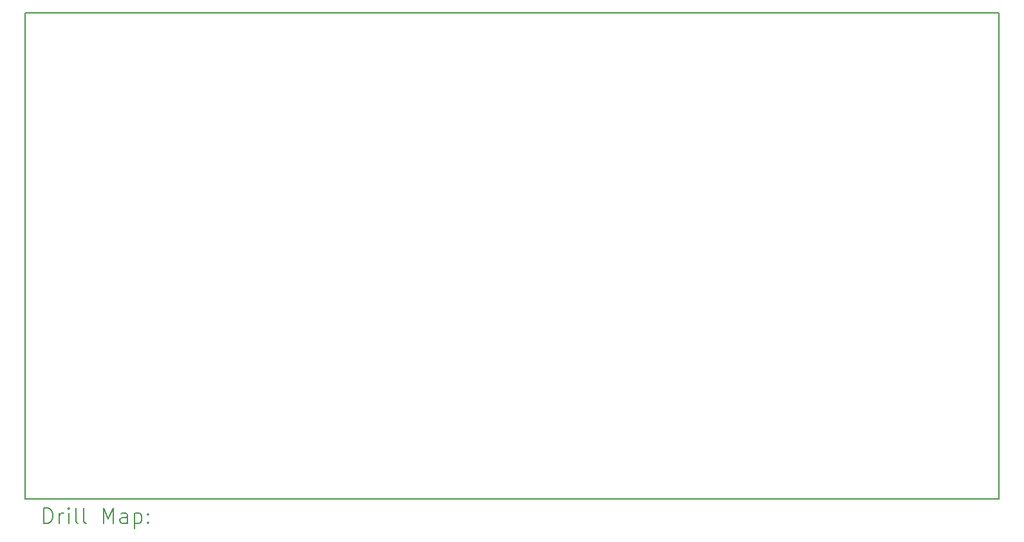
<source format=gbr>
%FSLAX45Y45*%
G04 Gerber Fmt 4.5, Leading zero omitted, Abs format (unit mm)*
G04 Created by KiCad (PCBNEW (5.99.0-10988-gd8b1e827c7)) date 2021-11-29 13:02:13*
%MOMM*%
%LPD*%
G01*
G04 APERTURE LIST*
%TA.AperFunction,Profile*%
%ADD10C,0.150000*%
%TD*%
%ADD11C,0.200000*%
G04 APERTURE END LIST*
D10*
X21285200Y-6121700D02*
X8470900Y-6121700D01*
X21285200Y-12521700D02*
X21285200Y-6121700D01*
X8470900Y-12521700D02*
X21285200Y-12521700D01*
X8470900Y-6121700D02*
X8470900Y-12521700D01*
D11*
X8721019Y-12839676D02*
X8721019Y-12639676D01*
X8768638Y-12639676D01*
X8797210Y-12649200D01*
X8816257Y-12668248D01*
X8825781Y-12687295D01*
X8835305Y-12725390D01*
X8835305Y-12753962D01*
X8825781Y-12792057D01*
X8816257Y-12811105D01*
X8797210Y-12830152D01*
X8768638Y-12839676D01*
X8721019Y-12839676D01*
X8921019Y-12839676D02*
X8921019Y-12706343D01*
X8921019Y-12744438D02*
X8930543Y-12725390D01*
X8940067Y-12715867D01*
X8959114Y-12706343D01*
X8978162Y-12706343D01*
X9044829Y-12839676D02*
X9044829Y-12706343D01*
X9044829Y-12639676D02*
X9035305Y-12649200D01*
X9044829Y-12658724D01*
X9054352Y-12649200D01*
X9044829Y-12639676D01*
X9044829Y-12658724D01*
X9168638Y-12839676D02*
X9149590Y-12830152D01*
X9140067Y-12811105D01*
X9140067Y-12639676D01*
X9273400Y-12839676D02*
X9254352Y-12830152D01*
X9244829Y-12811105D01*
X9244829Y-12639676D01*
X9501971Y-12839676D02*
X9501971Y-12639676D01*
X9568638Y-12782533D01*
X9635305Y-12639676D01*
X9635305Y-12839676D01*
X9816257Y-12839676D02*
X9816257Y-12734914D01*
X9806733Y-12715867D01*
X9787686Y-12706343D01*
X9749590Y-12706343D01*
X9730543Y-12715867D01*
X9816257Y-12830152D02*
X9797210Y-12839676D01*
X9749590Y-12839676D01*
X9730543Y-12830152D01*
X9721019Y-12811105D01*
X9721019Y-12792057D01*
X9730543Y-12773009D01*
X9749590Y-12763486D01*
X9797210Y-12763486D01*
X9816257Y-12753962D01*
X9911495Y-12706343D02*
X9911495Y-12906343D01*
X9911495Y-12715867D02*
X9930543Y-12706343D01*
X9968638Y-12706343D01*
X9987686Y-12715867D01*
X9997210Y-12725390D01*
X10006733Y-12744438D01*
X10006733Y-12801581D01*
X9997210Y-12820628D01*
X9987686Y-12830152D01*
X9968638Y-12839676D01*
X9930543Y-12839676D01*
X9911495Y-12830152D01*
X10092448Y-12820628D02*
X10101971Y-12830152D01*
X10092448Y-12839676D01*
X10082924Y-12830152D01*
X10092448Y-12820628D01*
X10092448Y-12839676D01*
X10092448Y-12715867D02*
X10101971Y-12725390D01*
X10092448Y-12734914D01*
X10082924Y-12725390D01*
X10092448Y-12715867D01*
X10092448Y-12734914D01*
M02*

</source>
